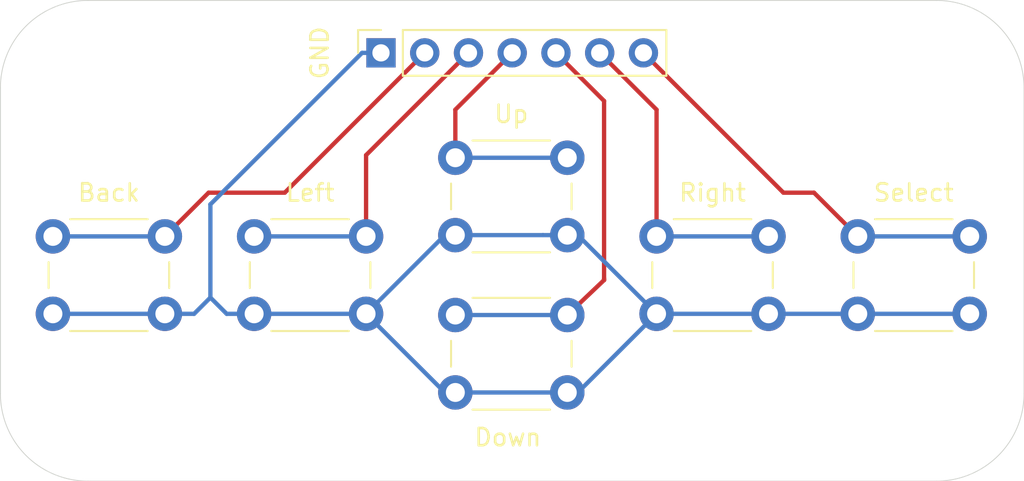
<source format=kicad_pcb>
(kicad_pcb (version 20171130) (host pcbnew "(5.1.5)-3")

  (general
    (thickness 1.6)
    (drawings 8)
    (tracks 46)
    (zones 0)
    (modules 7)
    (nets 8)
  )

  (page A4)
  (layers
    (0 F.Cu signal)
    (31 B.Cu signal)
    (32 B.Adhes user)
    (33 F.Adhes user)
    (34 B.Paste user)
    (35 F.Paste user)
    (36 B.SilkS user)
    (37 F.SilkS user)
    (38 B.Mask user)
    (39 F.Mask user)
    (40 Dwgs.User user)
    (41 Cmts.User user)
    (42 Eco1.User user)
    (43 Eco2.User user)
    (44 Edge.Cuts user)
    (45 Margin user)
    (46 B.CrtYd user)
    (47 F.CrtYd user)
    (48 B.Fab user)
    (49 F.Fab user)
  )

  (setup
    (last_trace_width 0.25)
    (trace_clearance 0.2)
    (zone_clearance 0.508)
    (zone_45_only no)
    (trace_min 0.2)
    (via_size 0.8)
    (via_drill 0.4)
    (via_min_size 0.4)
    (via_min_drill 0.3)
    (uvia_size 0.3)
    (uvia_drill 0.1)
    (uvias_allowed no)
    (uvia_min_size 0.2)
    (uvia_min_drill 0.1)
    (edge_width 0.05)
    (segment_width 0.2)
    (pcb_text_width 0.3)
    (pcb_text_size 1.5 1.5)
    (mod_edge_width 0.12)
    (mod_text_size 1 1)
    (mod_text_width 0.15)
    (pad_size 1.524 1.524)
    (pad_drill 0.762)
    (pad_to_mask_clearance 0.051)
    (solder_mask_min_width 0.25)
    (aux_axis_origin 0 0)
    (visible_elements 7FFFFFFF)
    (pcbplotparams
      (layerselection 0x010fc_ffffffff)
      (usegerberextensions false)
      (usegerberattributes false)
      (usegerberadvancedattributes false)
      (creategerberjobfile false)
      (excludeedgelayer true)
      (linewidth 0.100000)
      (plotframeref false)
      (viasonmask false)
      (mode 1)
      (useauxorigin false)
      (hpglpennumber 1)
      (hpglpenspeed 20)
      (hpglpendiameter 15.000000)
      (psnegative false)
      (psa4output false)
      (plotreference true)
      (plotvalue true)
      (plotinvisibletext false)
      (padsonsilk false)
      (subtractmaskfromsilk false)
      (outputformat 1)
      (mirror false)
      (drillshape 1)
      (scaleselection 1)
      (outputdirectory ""))
  )

  (net 0 "")
  (net 1 "Net-(BtnBack0-Pad2)")
  (net 2 "Net-(BtnBack0-Pad1)")
  (net 3 "Net-(BtnDown0-Pad1)")
  (net 4 "Net-(BtnLeft0-Pad1)")
  (net 5 "Net-(BtnRight0-Pad1)")
  (net 6 "Net-(BtnSelect0-Pad1)")
  (net 7 "Net-(BtnUp0-Pad1)")

  (net_class Default "This is the default net class."
    (clearance 0.2)
    (trace_width 0.25)
    (via_dia 0.8)
    (via_drill 0.4)
    (uvia_dia 0.3)
    (uvia_drill 0.1)
    (add_net "Net-(BtnBack0-Pad1)")
    (add_net "Net-(BtnBack0-Pad2)")
    (add_net "Net-(BtnDown0-Pad1)")
    (add_net "Net-(BtnLeft0-Pad1)")
    (add_net "Net-(BtnRight0-Pad1)")
    (add_net "Net-(BtnSelect0-Pad1)")
    (add_net "Net-(BtnUp0-Pad1)")
  )

  (module Button_Switch_THT:SW_PUSH_6mm (layer F.Cu) (tedit 5A02FE31) (tstamp 5ED3168F)
    (at 122.428 72.644)
    (descr https://www.omron.com/ecb/products/pdf/en-b3f.pdf)
    (tags "tact sw push 6mm")
    (path /5ED06160)
    (fp_text reference Back (at 3.25 -2.54) (layer F.SilkS)
      (effects (font (size 1 1) (thickness 0.15)))
    )
    (fp_text value SW_Push (at 3.75 7.112) (layer F.Fab)
      (effects (font (size 1 1) (thickness 0.15)))
    )
    (fp_text user %R (at 3.25 2.25) (layer F.Fab)
      (effects (font (size 1 1) (thickness 0.15)))
    )
    (fp_line (start 3.25 -0.75) (end 6.25 -0.75) (layer F.Fab) (width 0.1))
    (fp_line (start 6.25 -0.75) (end 6.25 5.25) (layer F.Fab) (width 0.1))
    (fp_line (start 6.25 5.25) (end 0.25 5.25) (layer F.Fab) (width 0.1))
    (fp_line (start 0.25 5.25) (end 0.25 -0.75) (layer F.Fab) (width 0.1))
    (fp_line (start 0.25 -0.75) (end 3.25 -0.75) (layer F.Fab) (width 0.1))
    (fp_line (start 7.75 6) (end 8 6) (layer F.CrtYd) (width 0.05))
    (fp_line (start 8 6) (end 8 5.75) (layer F.CrtYd) (width 0.05))
    (fp_line (start 7.75 -1.5) (end 8 -1.5) (layer F.CrtYd) (width 0.05))
    (fp_line (start 8 -1.5) (end 8 -1.25) (layer F.CrtYd) (width 0.05))
    (fp_line (start -1.5 -1.25) (end -1.5 -1.5) (layer F.CrtYd) (width 0.05))
    (fp_line (start -1.5 -1.5) (end -1.25 -1.5) (layer F.CrtYd) (width 0.05))
    (fp_line (start -1.5 5.75) (end -1.5 6) (layer F.CrtYd) (width 0.05))
    (fp_line (start -1.5 6) (end -1.25 6) (layer F.CrtYd) (width 0.05))
    (fp_line (start -1.25 -1.5) (end 7.75 -1.5) (layer F.CrtYd) (width 0.05))
    (fp_line (start -1.5 5.75) (end -1.5 -1.25) (layer F.CrtYd) (width 0.05))
    (fp_line (start 7.75 6) (end -1.25 6) (layer F.CrtYd) (width 0.05))
    (fp_line (start 8 -1.25) (end 8 5.75) (layer F.CrtYd) (width 0.05))
    (fp_line (start 1 5.5) (end 5.5 5.5) (layer F.SilkS) (width 0.12))
    (fp_line (start -0.25 1.5) (end -0.25 3) (layer F.SilkS) (width 0.12))
    (fp_line (start 5.5 -1) (end 1 -1) (layer F.SilkS) (width 0.12))
    (fp_line (start 6.75 3) (end 6.75 1.5) (layer F.SilkS) (width 0.12))
    (fp_circle (center 3.25 2.25) (end 1.25 2.5) (layer F.Fab) (width 0.1))
    (pad 2 thru_hole circle (at 0 4.5 90) (size 2 2) (drill 1.1) (layers *.Cu *.Mask)
      (net 1 "Net-(BtnBack0-Pad2)"))
    (pad 1 thru_hole circle (at 0 0 90) (size 2 2) (drill 1.1) (layers *.Cu *.Mask)
      (net 2 "Net-(BtnBack0-Pad1)"))
    (pad 2 thru_hole circle (at 6.5 4.5 90) (size 2 2) (drill 1.1) (layers *.Cu *.Mask)
      (net 1 "Net-(BtnBack0-Pad2)"))
    (pad 1 thru_hole circle (at 6.5 0 90) (size 2 2) (drill 1.1) (layers *.Cu *.Mask)
      (net 2 "Net-(BtnBack0-Pad1)"))
    (model ${KISYS3DMOD}/Button_Switch_THT.3dshapes/SW_PUSH_6mm.wrl
      (at (xyz 0 0 0))
      (scale (xyz 1 1 1))
      (rotate (xyz 0 0 0))
    )
  )

  (module Button_Switch_THT:SW_PUSH_6mm (layer F.Cu) (tedit 5A02FE31) (tstamp 5ED316AE)
    (at 157.48 72.644)
    (descr https://www.omron.com/ecb/products/pdf/en-b3f.pdf)
    (tags "tact sw push 6mm")
    (path /5ED07D5E)
    (fp_text reference Right (at 3.25 -2.54) (layer F.SilkS)
      (effects (font (size 1 1) (thickness 0.15)))
    )
    (fp_text value SW_Push (at 3.75 7.112) (layer F.Fab)
      (effects (font (size 1 1) (thickness 0.15)))
    )
    (fp_text user %R (at 3.25 2.25) (layer F.Fab)
      (effects (font (size 1 1) (thickness 0.15)))
    )
    (fp_line (start 3.25 -0.75) (end 6.25 -0.75) (layer F.Fab) (width 0.1))
    (fp_line (start 6.25 -0.75) (end 6.25 5.25) (layer F.Fab) (width 0.1))
    (fp_line (start 6.25 5.25) (end 0.25 5.25) (layer F.Fab) (width 0.1))
    (fp_line (start 0.25 5.25) (end 0.25 -0.75) (layer F.Fab) (width 0.1))
    (fp_line (start 0.25 -0.75) (end 3.25 -0.75) (layer F.Fab) (width 0.1))
    (fp_line (start 7.75 6) (end 8 6) (layer F.CrtYd) (width 0.05))
    (fp_line (start 8 6) (end 8 5.75) (layer F.CrtYd) (width 0.05))
    (fp_line (start 7.75 -1.5) (end 8 -1.5) (layer F.CrtYd) (width 0.05))
    (fp_line (start 8 -1.5) (end 8 -1.25) (layer F.CrtYd) (width 0.05))
    (fp_line (start -1.5 -1.25) (end -1.5 -1.5) (layer F.CrtYd) (width 0.05))
    (fp_line (start -1.5 -1.5) (end -1.25 -1.5) (layer F.CrtYd) (width 0.05))
    (fp_line (start -1.5 5.75) (end -1.5 6) (layer F.CrtYd) (width 0.05))
    (fp_line (start -1.5 6) (end -1.25 6) (layer F.CrtYd) (width 0.05))
    (fp_line (start -1.25 -1.5) (end 7.75 -1.5) (layer F.CrtYd) (width 0.05))
    (fp_line (start -1.5 5.75) (end -1.5 -1.25) (layer F.CrtYd) (width 0.05))
    (fp_line (start 7.75 6) (end -1.25 6) (layer F.CrtYd) (width 0.05))
    (fp_line (start 8 -1.25) (end 8 5.75) (layer F.CrtYd) (width 0.05))
    (fp_line (start 1 5.5) (end 5.5 5.5) (layer F.SilkS) (width 0.12))
    (fp_line (start -0.25 1.5) (end -0.25 3) (layer F.SilkS) (width 0.12))
    (fp_line (start 5.5 -1) (end 1 -1) (layer F.SilkS) (width 0.12))
    (fp_line (start 6.75 3) (end 6.75 1.5) (layer F.SilkS) (width 0.12))
    (fp_circle (center 3.25 2.25) (end 1.25 2.5) (layer F.Fab) (width 0.1))
    (pad 2 thru_hole circle (at 0 4.5 90) (size 2 2) (drill 1.1) (layers *.Cu *.Mask)
      (net 1 "Net-(BtnBack0-Pad2)"))
    (pad 1 thru_hole circle (at 0 0 90) (size 2 2) (drill 1.1) (layers *.Cu *.Mask)
      (net 5 "Net-(BtnRight0-Pad1)"))
    (pad 2 thru_hole circle (at 6.5 4.5 90) (size 2 2) (drill 1.1) (layers *.Cu *.Mask)
      (net 1 "Net-(BtnBack0-Pad2)"))
    (pad 1 thru_hole circle (at 6.5 0 90) (size 2 2) (drill 1.1) (layers *.Cu *.Mask)
      (net 5 "Net-(BtnRight0-Pad1)"))
    (model ${KISYS3DMOD}/Button_Switch_THT.3dshapes/SW_PUSH_6mm.wrl
      (at (xyz 0 0 0))
      (scale (xyz 1 1 1))
      (rotate (xyz 0 0 0))
    )
  )

  (module Button_Switch_THT:SW_PUSH_6mm (layer F.Cu) (tedit 5A02FE31) (tstamp 5ED316CD)
    (at 145.796 77.216)
    (descr https://www.omron.com/ecb/products/pdf/en-b3f.pdf)
    (tags "tact sw push 6mm")
    (path /5ED07A4D)
    (fp_text reference Down (at 3.048 7.112) (layer F.SilkS)
      (effects (font (size 1 1) (thickness 0.15)))
    )
    (fp_text value SW_Push (at 9.144 7.112) (layer F.Fab)
      (effects (font (size 1 1) (thickness 0.15)))
    )
    (fp_circle (center 3.25 2.25) (end 1.25 2.5) (layer F.Fab) (width 0.1))
    (fp_line (start 6.75 3) (end 6.75 1.5) (layer F.SilkS) (width 0.12))
    (fp_line (start 5.5 -1) (end 1 -1) (layer F.SilkS) (width 0.12))
    (fp_line (start -0.25 1.5) (end -0.25 3) (layer F.SilkS) (width 0.12))
    (fp_line (start 1 5.5) (end 5.5 5.5) (layer F.SilkS) (width 0.12))
    (fp_line (start 8 -1.25) (end 8 5.75) (layer F.CrtYd) (width 0.05))
    (fp_line (start 7.75 6) (end -1.25 6) (layer F.CrtYd) (width 0.05))
    (fp_line (start -1.5 5.75) (end -1.5 -1.25) (layer F.CrtYd) (width 0.05))
    (fp_line (start -1.25 -1.5) (end 7.75 -1.5) (layer F.CrtYd) (width 0.05))
    (fp_line (start -1.5 6) (end -1.25 6) (layer F.CrtYd) (width 0.05))
    (fp_line (start -1.5 5.75) (end -1.5 6) (layer F.CrtYd) (width 0.05))
    (fp_line (start -1.5 -1.5) (end -1.25 -1.5) (layer F.CrtYd) (width 0.05))
    (fp_line (start -1.5 -1.25) (end -1.5 -1.5) (layer F.CrtYd) (width 0.05))
    (fp_line (start 8 -1.5) (end 8 -1.25) (layer F.CrtYd) (width 0.05))
    (fp_line (start 7.75 -1.5) (end 8 -1.5) (layer F.CrtYd) (width 0.05))
    (fp_line (start 8 6) (end 8 5.75) (layer F.CrtYd) (width 0.05))
    (fp_line (start 7.75 6) (end 8 6) (layer F.CrtYd) (width 0.05))
    (fp_line (start 0.25 -0.75) (end 3.25 -0.75) (layer F.Fab) (width 0.1))
    (fp_line (start 0.25 5.25) (end 0.25 -0.75) (layer F.Fab) (width 0.1))
    (fp_line (start 6.25 5.25) (end 0.25 5.25) (layer F.Fab) (width 0.1))
    (fp_line (start 6.25 -0.75) (end 6.25 5.25) (layer F.Fab) (width 0.1))
    (fp_line (start 3.25 -0.75) (end 6.25 -0.75) (layer F.Fab) (width 0.1))
    (fp_text user %R (at 3.25 2.25) (layer F.Fab)
      (effects (font (size 1 1) (thickness 0.15)))
    )
    (pad 1 thru_hole circle (at 6.5 0 90) (size 2 2) (drill 1.1) (layers *.Cu *.Mask)
      (net 3 "Net-(BtnDown0-Pad1)"))
    (pad 2 thru_hole circle (at 6.5 4.5 90) (size 2 2) (drill 1.1) (layers *.Cu *.Mask)
      (net 1 "Net-(BtnBack0-Pad2)"))
    (pad 1 thru_hole circle (at 0 0 90) (size 2 2) (drill 1.1) (layers *.Cu *.Mask)
      (net 3 "Net-(BtnDown0-Pad1)"))
    (pad 2 thru_hole circle (at 0 4.5 90) (size 2 2) (drill 1.1) (layers *.Cu *.Mask)
      (net 1 "Net-(BtnBack0-Pad2)"))
    (model ${KISYS3DMOD}/Button_Switch_THT.3dshapes/SW_PUSH_6mm.wrl
      (at (xyz 0 0 0))
      (scale (xyz 1 1 1))
      (rotate (xyz 0 0 0))
    )
  )

  (module Button_Switch_THT:SW_PUSH_6mm (layer F.Cu) (tedit 5A02FE31) (tstamp 5ED316EC)
    (at 145.796 68.072)
    (descr https://www.omron.com/ecb/products/pdf/en-b3f.pdf)
    (tags "tact sw push 6mm")
    (path /5ED0764A)
    (fp_text reference Up (at 3.25 -2.54) (layer F.SilkS)
      (effects (font (size 1 1) (thickness 0.15)))
    )
    (fp_text value SW_Push (at 3.75 6.7) (layer F.Fab)
      (effects (font (size 1 1) (thickness 0.15)))
    )
    (fp_text user %R (at 3.25 2.25) (layer F.Fab)
      (effects (font (size 1 1) (thickness 0.15)))
    )
    (fp_line (start 3.25 -0.75) (end 6.25 -0.75) (layer F.Fab) (width 0.1))
    (fp_line (start 6.25 -0.75) (end 6.25 5.25) (layer F.Fab) (width 0.1))
    (fp_line (start 6.25 5.25) (end 0.25 5.25) (layer F.Fab) (width 0.1))
    (fp_line (start 0.25 5.25) (end 0.25 -0.75) (layer F.Fab) (width 0.1))
    (fp_line (start 0.25 -0.75) (end 3.25 -0.75) (layer F.Fab) (width 0.1))
    (fp_line (start 7.75 6) (end 8 6) (layer F.CrtYd) (width 0.05))
    (fp_line (start 8 6) (end 8 5.75) (layer F.CrtYd) (width 0.05))
    (fp_line (start 7.75 -1.5) (end 8 -1.5) (layer F.CrtYd) (width 0.05))
    (fp_line (start 8 -1.5) (end 8 -1.25) (layer F.CrtYd) (width 0.05))
    (fp_line (start -1.5 -1.25) (end -1.5 -1.5) (layer F.CrtYd) (width 0.05))
    (fp_line (start -1.5 -1.5) (end -1.25 -1.5) (layer F.CrtYd) (width 0.05))
    (fp_line (start -1.5 5.75) (end -1.5 6) (layer F.CrtYd) (width 0.05))
    (fp_line (start -1.5 6) (end -1.25 6) (layer F.CrtYd) (width 0.05))
    (fp_line (start -1.25 -1.5) (end 7.75 -1.5) (layer F.CrtYd) (width 0.05))
    (fp_line (start -1.5 5.75) (end -1.5 -1.25) (layer F.CrtYd) (width 0.05))
    (fp_line (start 7.75 6) (end -1.25 6) (layer F.CrtYd) (width 0.05))
    (fp_line (start 8 -1.25) (end 8 5.75) (layer F.CrtYd) (width 0.05))
    (fp_line (start 1 5.5) (end 5.5 5.5) (layer F.SilkS) (width 0.12))
    (fp_line (start -0.25 1.5) (end -0.25 3) (layer F.SilkS) (width 0.12))
    (fp_line (start 5.5 -1) (end 1 -1) (layer F.SilkS) (width 0.12))
    (fp_line (start 6.75 3) (end 6.75 1.5) (layer F.SilkS) (width 0.12))
    (fp_circle (center 3.25 2.25) (end 1.25 2.5) (layer F.Fab) (width 0.1))
    (pad 2 thru_hole circle (at 0 4.5 90) (size 2 2) (drill 1.1) (layers *.Cu *.Mask)
      (net 1 "Net-(BtnBack0-Pad2)"))
    (pad 1 thru_hole circle (at 0 0 90) (size 2 2) (drill 1.1) (layers *.Cu *.Mask)
      (net 7 "Net-(BtnUp0-Pad1)"))
    (pad 2 thru_hole circle (at 6.5 4.5 90) (size 2 2) (drill 1.1) (layers *.Cu *.Mask)
      (net 1 "Net-(BtnBack0-Pad2)"))
    (pad 1 thru_hole circle (at 6.5 0 90) (size 2 2) (drill 1.1) (layers *.Cu *.Mask)
      (net 7 "Net-(BtnUp0-Pad1)"))
    (model ${KISYS3DMOD}/Button_Switch_THT.3dshapes/SW_PUSH_6mm.wrl
      (at (xyz 0 0 0))
      (scale (xyz 1 1 1))
      (rotate (xyz 0 0 0))
    )
  )

  (module Button_Switch_THT:SW_PUSH_6mm (layer F.Cu) (tedit 5A02FE31) (tstamp 5ED3170B)
    (at 134.112 72.644)
    (descr https://www.omron.com/ecb/products/pdf/en-b3f.pdf)
    (tags "tact sw push 6mm")
    (path /5ED06FB6)
    (fp_text reference Left (at 3.25 -2.54) (layer F.SilkS)
      (effects (font (size 1 1) (thickness 0.15)))
    )
    (fp_text value SW_Push (at 3.75 7.112) (layer F.Fab)
      (effects (font (size 1 1) (thickness 0.15)))
    )
    (fp_circle (center 3.25 2.25) (end 1.25 2.5) (layer F.Fab) (width 0.1))
    (fp_line (start 6.75 3) (end 6.75 1.5) (layer F.SilkS) (width 0.12))
    (fp_line (start 5.5 -1) (end 1 -1) (layer F.SilkS) (width 0.12))
    (fp_line (start -0.25 1.5) (end -0.25 3) (layer F.SilkS) (width 0.12))
    (fp_line (start 1 5.5) (end 5.5 5.5) (layer F.SilkS) (width 0.12))
    (fp_line (start 8 -1.25) (end 8 5.75) (layer F.CrtYd) (width 0.05))
    (fp_line (start 7.75 6) (end -1.25 6) (layer F.CrtYd) (width 0.05))
    (fp_line (start -1.5 5.75) (end -1.5 -1.25) (layer F.CrtYd) (width 0.05))
    (fp_line (start -1.25 -1.5) (end 7.75 -1.5) (layer F.CrtYd) (width 0.05))
    (fp_line (start -1.5 6) (end -1.25 6) (layer F.CrtYd) (width 0.05))
    (fp_line (start -1.5 5.75) (end -1.5 6) (layer F.CrtYd) (width 0.05))
    (fp_line (start -1.5 -1.5) (end -1.25 -1.5) (layer F.CrtYd) (width 0.05))
    (fp_line (start -1.5 -1.25) (end -1.5 -1.5) (layer F.CrtYd) (width 0.05))
    (fp_line (start 8 -1.5) (end 8 -1.25) (layer F.CrtYd) (width 0.05))
    (fp_line (start 7.75 -1.5) (end 8 -1.5) (layer F.CrtYd) (width 0.05))
    (fp_line (start 8 6) (end 8 5.75) (layer F.CrtYd) (width 0.05))
    (fp_line (start 7.75 6) (end 8 6) (layer F.CrtYd) (width 0.05))
    (fp_line (start 0.25 -0.75) (end 3.25 -0.75) (layer F.Fab) (width 0.1))
    (fp_line (start 0.25 5.25) (end 0.25 -0.75) (layer F.Fab) (width 0.1))
    (fp_line (start 6.25 5.25) (end 0.25 5.25) (layer F.Fab) (width 0.1))
    (fp_line (start 6.25 -0.75) (end 6.25 5.25) (layer F.Fab) (width 0.1))
    (fp_line (start 3.25 -0.75) (end 6.25 -0.75) (layer F.Fab) (width 0.1))
    (fp_text user %R (at 3.25 2.25) (layer F.Fab)
      (effects (font (size 1 1) (thickness 0.15)))
    )
    (pad 1 thru_hole circle (at 6.5 0 90) (size 2 2) (drill 1.1) (layers *.Cu *.Mask)
      (net 4 "Net-(BtnLeft0-Pad1)"))
    (pad 2 thru_hole circle (at 6.5 4.5 90) (size 2 2) (drill 1.1) (layers *.Cu *.Mask)
      (net 1 "Net-(BtnBack0-Pad2)"))
    (pad 1 thru_hole circle (at 0 0 90) (size 2 2) (drill 1.1) (layers *.Cu *.Mask)
      (net 4 "Net-(BtnLeft0-Pad1)"))
    (pad 2 thru_hole circle (at 0 4.5 90) (size 2 2) (drill 1.1) (layers *.Cu *.Mask)
      (net 1 "Net-(BtnBack0-Pad2)"))
    (model ${KISYS3DMOD}/Button_Switch_THT.3dshapes/SW_PUSH_6mm.wrl
      (at (xyz 0 0 0))
      (scale (xyz 1 1 1))
      (rotate (xyz 0 0 0))
    )
  )

  (module Button_Switch_THT:SW_PUSH_6mm (layer F.Cu) (tedit 5A02FE31) (tstamp 5ED3172A)
    (at 169.164 72.644)
    (descr https://www.omron.com/ecb/products/pdf/en-b3f.pdf)
    (tags "tact sw push 6mm")
    (path /5ED33317)
    (fp_text reference Select (at 3.25 -2.54) (layer F.SilkS)
      (effects (font (size 1 1) (thickness 0.15)))
    )
    (fp_text value SW_Push (at 3.75 7.112) (layer F.Fab)
      (effects (font (size 1 1) (thickness 0.15)))
    )
    (fp_circle (center 3.25 2.25) (end 1.25 2.5) (layer F.Fab) (width 0.1))
    (fp_line (start 6.75 3) (end 6.75 1.5) (layer F.SilkS) (width 0.12))
    (fp_line (start 5.5 -1) (end 1 -1) (layer F.SilkS) (width 0.12))
    (fp_line (start -0.25 1.5) (end -0.25 3) (layer F.SilkS) (width 0.12))
    (fp_line (start 1 5.5) (end 5.5 5.5) (layer F.SilkS) (width 0.12))
    (fp_line (start 8 -1.25) (end 8 5.75) (layer F.CrtYd) (width 0.05))
    (fp_line (start 7.75 6) (end -1.25 6) (layer F.CrtYd) (width 0.05))
    (fp_line (start -1.5 5.75) (end -1.5 -1.25) (layer F.CrtYd) (width 0.05))
    (fp_line (start -1.25 -1.5) (end 7.75 -1.5) (layer F.CrtYd) (width 0.05))
    (fp_line (start -1.5 6) (end -1.25 6) (layer F.CrtYd) (width 0.05))
    (fp_line (start -1.5 5.75) (end -1.5 6) (layer F.CrtYd) (width 0.05))
    (fp_line (start -1.5 -1.5) (end -1.25 -1.5) (layer F.CrtYd) (width 0.05))
    (fp_line (start -1.5 -1.25) (end -1.5 -1.5) (layer F.CrtYd) (width 0.05))
    (fp_line (start 8 -1.5) (end 8 -1.25) (layer F.CrtYd) (width 0.05))
    (fp_line (start 7.75 -1.5) (end 8 -1.5) (layer F.CrtYd) (width 0.05))
    (fp_line (start 8 6) (end 8 5.75) (layer F.CrtYd) (width 0.05))
    (fp_line (start 7.75 6) (end 8 6) (layer F.CrtYd) (width 0.05))
    (fp_line (start 0.25 -0.75) (end 3.25 -0.75) (layer F.Fab) (width 0.1))
    (fp_line (start 0.25 5.25) (end 0.25 -0.75) (layer F.Fab) (width 0.1))
    (fp_line (start 6.25 5.25) (end 0.25 5.25) (layer F.Fab) (width 0.1))
    (fp_line (start 6.25 -0.75) (end 6.25 5.25) (layer F.Fab) (width 0.1))
    (fp_line (start 3.25 -0.75) (end 6.25 -0.75) (layer F.Fab) (width 0.1))
    (fp_text user %R (at 3.25 2.25) (layer F.Fab)
      (effects (font (size 1 1) (thickness 0.15)))
    )
    (pad 1 thru_hole circle (at 6.5 0 90) (size 2 2) (drill 1.1) (layers *.Cu *.Mask)
      (net 6 "Net-(BtnSelect0-Pad1)"))
    (pad 2 thru_hole circle (at 6.5 4.5 90) (size 2 2) (drill 1.1) (layers *.Cu *.Mask)
      (net 1 "Net-(BtnBack0-Pad2)"))
    (pad 1 thru_hole circle (at 0 0 90) (size 2 2) (drill 1.1) (layers *.Cu *.Mask)
      (net 6 "Net-(BtnSelect0-Pad1)"))
    (pad 2 thru_hole circle (at 0 4.5 90) (size 2 2) (drill 1.1) (layers *.Cu *.Mask)
      (net 1 "Net-(BtnBack0-Pad2)"))
    (model ${KISYS3DMOD}/Button_Switch_THT.3dshapes/SW_PUSH_6mm.wrl
      (at (xyz 0 0 0))
      (scale (xyz 1 1 1))
      (rotate (xyz 0 0 0))
    )
  )

  (module Connector_PinSocket_2.54mm:PinSocket_1x07_P2.54mm_Vertical (layer F.Cu) (tedit 5A19A433) (tstamp 5ED31745)
    (at 141.478 61.976 90)
    (descr "Through hole straight socket strip, 1x07, 2.54mm pitch, single row (from Kicad 4.0.7), script generated")
    (tags "Through hole socket strip THT 1x07 2.54mm single row")
    (path /5ECE01A2)
    (fp_text reference GND (at 0 -3.556 90) (layer F.SilkS)
      (effects (font (size 1 1) (thickness 0.15)))
    )
    (fp_text value Conn_01x06 (at 0 22.352) (layer F.Fab)
      (effects (font (size 1 1) (thickness 0.15)))
    )
    (fp_line (start -1.27 -1.27) (end 0.635 -1.27) (layer F.Fab) (width 0.1))
    (fp_line (start 0.635 -1.27) (end 1.27 -0.635) (layer F.Fab) (width 0.1))
    (fp_line (start 1.27 -0.635) (end 1.27 16.51) (layer F.Fab) (width 0.1))
    (fp_line (start 1.27 16.51) (end -1.27 16.51) (layer F.Fab) (width 0.1))
    (fp_line (start -1.27 16.51) (end -1.27 -1.27) (layer F.Fab) (width 0.1))
    (fp_line (start -1.33 1.27) (end 1.33 1.27) (layer F.SilkS) (width 0.12))
    (fp_line (start -1.33 1.27) (end -1.33 16.57) (layer F.SilkS) (width 0.12))
    (fp_line (start -1.33 16.57) (end 1.33 16.57) (layer F.SilkS) (width 0.12))
    (fp_line (start 1.33 1.27) (end 1.33 16.57) (layer F.SilkS) (width 0.12))
    (fp_line (start 1.33 -1.33) (end 1.33 0) (layer F.SilkS) (width 0.12))
    (fp_line (start 0 -1.33) (end 1.33 -1.33) (layer F.SilkS) (width 0.12))
    (fp_line (start -1.8 -1.8) (end 1.75 -1.8) (layer F.CrtYd) (width 0.05))
    (fp_line (start 1.75 -1.8) (end 1.75 17) (layer F.CrtYd) (width 0.05))
    (fp_line (start 1.75 17) (end -1.8 17) (layer F.CrtYd) (width 0.05))
    (fp_line (start -1.8 17) (end -1.8 -1.8) (layer F.CrtYd) (width 0.05))
    (fp_text user %R (at 0 7.62) (layer F.Fab)
      (effects (font (size 1 1) (thickness 0.15)))
    )
    (pad 1 thru_hole rect (at 0 0 90) (size 1.7 1.7) (drill 1) (layers *.Cu *.Mask)
      (net 1 "Net-(BtnBack0-Pad2)"))
    (pad 2 thru_hole oval (at 0 2.54 90) (size 1.7 1.7) (drill 1) (layers *.Cu *.Mask)
      (net 2 "Net-(BtnBack0-Pad1)"))
    (pad 3 thru_hole oval (at 0 5.08 90) (size 1.7 1.7) (drill 1) (layers *.Cu *.Mask)
      (net 4 "Net-(BtnLeft0-Pad1)"))
    (pad 4 thru_hole oval (at 0 7.62 90) (size 1.7 1.7) (drill 1) (layers *.Cu *.Mask)
      (net 7 "Net-(BtnUp0-Pad1)"))
    (pad 5 thru_hole oval (at 0 10.16 90) (size 1.7 1.7) (drill 1) (layers *.Cu *.Mask)
      (net 3 "Net-(BtnDown0-Pad1)"))
    (pad 6 thru_hole oval (at 0 12.7 90) (size 1.7 1.7) (drill 1) (layers *.Cu *.Mask)
      (net 5 "Net-(BtnRight0-Pad1)"))
    (pad 7 thru_hole oval (at 0 15.24 90) (size 1.7 1.7) (drill 1) (layers *.Cu *.Mask)
      (net 6 "Net-(BtnSelect0-Pad1)"))
    (model ${KISYS3DMOD}/Connector_PinSocket_2.54mm.3dshapes/PinSocket_1x07_P2.54mm_Vertical.wrl
      (at (xyz 0 0 0))
      (scale (xyz 1 1 1))
      (rotate (xyz 0 0 0))
    )
  )

  (gr_arc (start 124.46 64.008) (end 124.46 58.928) (angle -90) (layer Edge.Cuts) (width 0.05))
  (gr_arc (start 124.46 81.788) (end 119.38 81.788) (angle -90) (layer Edge.Cuts) (width 0.05))
  (gr_arc (start 173.736 64.008) (end 178.816 64.008) (angle -90) (layer Edge.Cuts) (width 0.05))
  (gr_arc (start 173.736 81.788) (end 173.736 86.868) (angle -90) (layer Edge.Cuts) (width 0.05))
  (gr_line (start 124.46 86.868) (end 173.736 86.868) (layer Edge.Cuts) (width 0.05))
  (gr_line (start 119.38 81.788) (end 119.38 64.008) (layer Edge.Cuts) (width 0.05))
  (gr_line (start 178.816 81.788) (end 178.816 64.008) (layer Edge.Cuts) (width 0.05))
  (gr_line (start 124.46 58.928) (end 173.736 58.928) (layer Edge.Cuts) (width 0.05))

  (segment (start 130.628 77.144) (end 128.928 77.144) (width 0.25) (layer B.Cu) (net 1))
  (segment (start 131.572 76.2) (end 130.628 77.144) (width 0.25) (layer B.Cu) (net 1))
  (segment (start 132.516 77.144) (end 131.572 76.2) (width 0.25) (layer B.Cu) (net 1))
  (segment (start 134.112 77.144) (end 132.516 77.144) (width 0.25) (layer B.Cu) (net 1))
  (segment (start 122.428 77.144) (end 128.928 77.144) (width 0.25) (layer B.Cu) (net 1))
  (segment (start 134.112 77.144) (end 140.612 77.144) (width 0.25) (layer B.Cu) (net 1))
  (segment (start 145.184 72.572) (end 145.796 72.572) (width 0.25) (layer B.Cu) (net 1))
  (segment (start 140.612 77.144) (end 145.184 72.572) (width 0.25) (layer B.Cu) (net 1))
  (segment (start 145.184 81.716) (end 145.796 81.716) (width 0.25) (layer B.Cu) (net 1))
  (segment (start 140.612 77.144) (end 145.184 81.716) (width 0.25) (layer B.Cu) (net 1))
  (segment (start 152.908 81.716) (end 152.296 81.716) (width 0.25) (layer B.Cu) (net 1))
  (segment (start 157.48 77.144) (end 152.908 81.716) (width 0.25) (layer B.Cu) (net 1))
  (segment (start 152.908 72.572) (end 152.296 72.572) (width 0.25) (layer B.Cu) (net 1))
  (segment (start 157.48 77.144) (end 152.908 72.572) (width 0.25) (layer B.Cu) (net 1))
  (segment (start 150.881787 72.572) (end 145.796 72.572) (width 0.25) (layer B.Cu) (net 1))
  (segment (start 152.296 72.572) (end 150.881787 72.572) (width 0.25) (layer B.Cu) (net 1))
  (segment (start 145.796 81.716) (end 152.296 81.716) (width 0.25) (layer B.Cu) (net 1))
  (segment (start 157.48 77.144) (end 163.98 77.144) (width 0.25) (layer B.Cu) (net 1))
  (segment (start 163.98 77.144) (end 169.164 77.144) (width 0.25) (layer B.Cu) (net 1))
  (segment (start 169.164 77.144) (end 175.664 77.144) (width 0.25) (layer B.Cu) (net 1))
  (segment (start 140.378 61.976) (end 141.478 61.976) (width 0.25) (layer B.Cu) (net 1))
  (segment (start 131.572 70.782) (end 140.378 61.976) (width 0.25) (layer B.Cu) (net 1))
  (segment (start 131.572 76.2) (end 131.572 70.782) (width 0.25) (layer B.Cu) (net 1))
  (segment (start 122.428 72.644) (end 128.928 72.644) (width 0.25) (layer B.Cu) (net 2))
  (segment (start 144.018 61.976) (end 135.89 70.104) (width 0.25) (layer F.Cu) (net 2))
  (segment (start 131.468 70.104) (end 128.928 72.644) (width 0.25) (layer F.Cu) (net 2))
  (segment (start 135.89 70.104) (end 131.468 70.104) (width 0.25) (layer F.Cu) (net 2))
  (segment (start 145.796 77.216) (end 152.296 77.216) (width 0.25) (layer B.Cu) (net 3))
  (segment (start 154.432 64.77) (end 154.432 75.184) (width 0.25) (layer F.Cu) (net 3))
  (segment (start 151.638 61.976) (end 154.432 64.77) (width 0.25) (layer F.Cu) (net 3))
  (segment (start 154.432 75.08) (end 154.432 75.184) (width 0.25) (layer F.Cu) (net 3))
  (segment (start 154.432 75.184) (end 152.296 77.216) (width 0.25) (layer F.Cu) (net 3))
  (segment (start 134.112 72.644) (end 140.612 72.644) (width 0.25) (layer B.Cu) (net 4))
  (segment (start 140.612 67.922) (end 140.612 72.644) (width 0.25) (layer F.Cu) (net 4))
  (segment (start 146.558 61.976) (end 140.612 67.922) (width 0.25) (layer F.Cu) (net 4))
  (segment (start 157.48 72.644) (end 163.98 72.644) (width 0.25) (layer B.Cu) (net 5))
  (segment (start 157.48 65.278) (end 157.48 72.644) (width 0.25) (layer F.Cu) (net 5))
  (segment (start 154.178 61.976) (end 157.48 65.278) (width 0.25) (layer F.Cu) (net 5))
  (segment (start 169.164 72.644) (end 175.664 72.644) (width 0.25) (layer B.Cu) (net 6))
  (segment (start 168.164001 71.644001) (end 169.164 72.644) (width 0.25) (layer F.Cu) (net 6))
  (segment (start 166.624 70.104) (end 168.164001 71.644001) (width 0.25) (layer F.Cu) (net 6))
  (segment (start 156.718 61.976) (end 164.846 70.104) (width 0.25) (layer F.Cu) (net 6))
  (segment (start 164.846 70.104) (end 166.624 70.104) (width 0.25) (layer F.Cu) (net 6))
  (segment (start 145.796 68.072) (end 152.296 68.072) (width 0.25) (layer B.Cu) (net 7))
  (segment (start 145.796 65.278) (end 145.796 68.072) (width 0.25) (layer F.Cu) (net 7))
  (segment (start 149.098 61.976) (end 145.796 65.278) (width 0.25) (layer F.Cu) (net 7))

)

</source>
